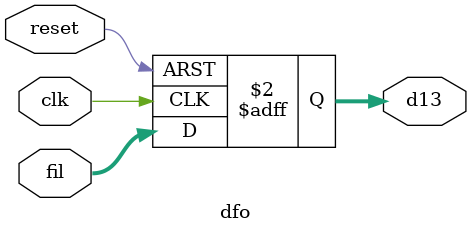
<source format=v>
module dfo(clk,reset,fil,d13
    );
input clk,reset;
input [7:0] fil;
output reg [7:0] d13;
always @(posedge clk,posedge reset)
begin
if(reset)
begin
    
    d13<=0;
	 
end
else 
begin
  d13<=fil;
end	 

   
end

endmodule
</source>
